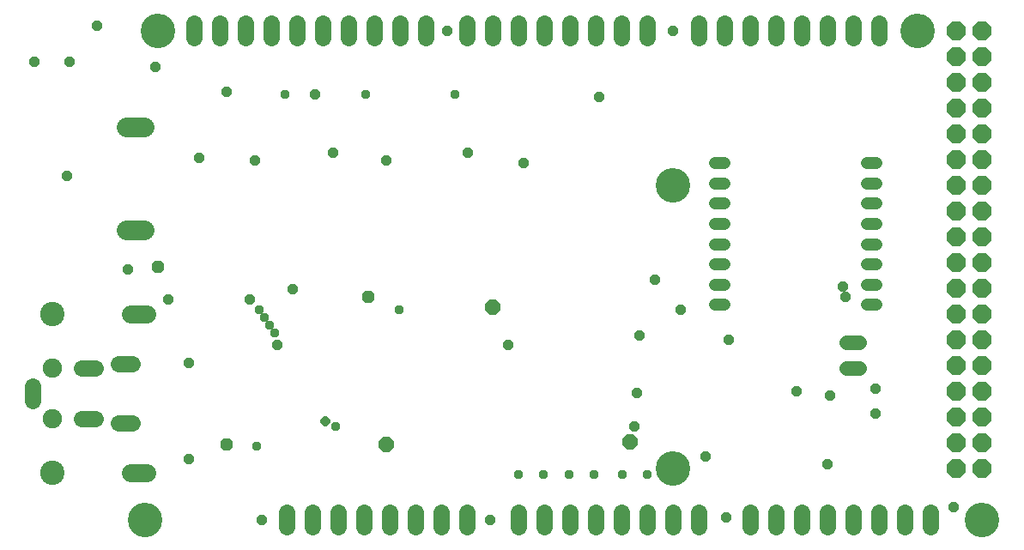
<source format=gbs>
G75*
%MOIN*%
%OFA0B0*%
%FSLAX25Y25*%
%IPPOS*%
%LPD*%
%AMOC8*
5,1,8,0,0,1.08239X$1,22.5*
%
%ADD10C,0.13398*%
%ADD11C,0.06400*%
%ADD12OC8,0.07400*%
%ADD13C,0.07800*%
%ADD14C,0.04556*%
%ADD15C,0.09461*%
%ADD16C,0.07493*%
%ADD17C,0.06312*%
%ADD18C,0.07099*%
%ADD19C,0.05737*%
%ADD20OC8,0.04162*%
%ADD21OC8,0.03375*%
%ADD22OC8,0.05737*%
%ADD23OC8,0.03769*%
%ADD24OC8,0.04950*%
D10*
X0094170Y0035660D03*
X0299170Y0055660D03*
X0419170Y0035660D03*
X0299170Y0165660D03*
X0394170Y0225660D03*
X0099170Y0225660D03*
D11*
X0113170Y0222860D02*
X0113170Y0228460D01*
X0123170Y0228460D02*
X0123170Y0222860D01*
X0133170Y0222860D02*
X0133170Y0228460D01*
X0143170Y0228460D02*
X0143170Y0222860D01*
X0153170Y0222860D02*
X0153170Y0228460D01*
X0163170Y0228460D02*
X0163170Y0222860D01*
X0173170Y0222860D02*
X0173170Y0228460D01*
X0183170Y0228460D02*
X0183170Y0222860D01*
X0193170Y0222860D02*
X0193170Y0228460D01*
X0203170Y0228460D02*
X0203170Y0222860D01*
X0219170Y0222860D02*
X0219170Y0228460D01*
X0229170Y0228460D02*
X0229170Y0222860D01*
X0239170Y0222860D02*
X0239170Y0228460D01*
X0249170Y0228460D02*
X0249170Y0222860D01*
X0259170Y0222860D02*
X0259170Y0228460D01*
X0269170Y0228460D02*
X0269170Y0222860D01*
X0279170Y0222860D02*
X0279170Y0228460D01*
X0289170Y0228460D02*
X0289170Y0222860D01*
X0309170Y0222860D02*
X0309170Y0228460D01*
X0319170Y0228460D02*
X0319170Y0222860D01*
X0329170Y0222860D02*
X0329170Y0228460D01*
X0339170Y0228460D02*
X0339170Y0222860D01*
X0349170Y0222860D02*
X0349170Y0228460D01*
X0359170Y0228460D02*
X0359170Y0222860D01*
X0369170Y0222860D02*
X0369170Y0228460D01*
X0379170Y0228460D02*
X0379170Y0222860D01*
X0379170Y0038460D02*
X0379170Y0032860D01*
X0369170Y0032860D02*
X0369170Y0038460D01*
X0359170Y0038460D02*
X0359170Y0032860D01*
X0349170Y0032860D02*
X0349170Y0038460D01*
X0339170Y0038460D02*
X0339170Y0032860D01*
X0329170Y0032860D02*
X0329170Y0038460D01*
X0309170Y0038460D02*
X0309170Y0032860D01*
X0299170Y0032860D02*
X0299170Y0038460D01*
X0289170Y0038460D02*
X0289170Y0032860D01*
X0279170Y0032860D02*
X0279170Y0038460D01*
X0269170Y0038460D02*
X0269170Y0032860D01*
X0259170Y0032860D02*
X0259170Y0038460D01*
X0249170Y0038460D02*
X0249170Y0032860D01*
X0239170Y0032860D02*
X0239170Y0038460D01*
X0219170Y0038460D02*
X0219170Y0032860D01*
X0209170Y0032860D02*
X0209170Y0038460D01*
X0199170Y0038460D02*
X0199170Y0032860D01*
X0189170Y0032860D02*
X0189170Y0038460D01*
X0179170Y0038460D02*
X0179170Y0032860D01*
X0169170Y0032860D02*
X0169170Y0038460D01*
X0159170Y0038460D02*
X0159170Y0032860D01*
X0149170Y0032860D02*
X0149170Y0038460D01*
X0389170Y0038460D02*
X0389170Y0032860D01*
X0399170Y0032860D02*
X0399170Y0038460D01*
D12*
X0409170Y0055660D03*
X0419170Y0055660D03*
X0419170Y0065660D03*
X0409170Y0065660D03*
X0409170Y0075660D03*
X0419170Y0075660D03*
X0419170Y0085660D03*
X0409170Y0085660D03*
X0409170Y0095660D03*
X0419170Y0095660D03*
X0419170Y0105660D03*
X0409170Y0105660D03*
X0409170Y0115660D03*
X0419170Y0115660D03*
X0419170Y0125660D03*
X0409170Y0125660D03*
X0409170Y0135660D03*
X0419170Y0135660D03*
X0419170Y0145660D03*
X0409170Y0145660D03*
X0409170Y0155660D03*
X0419170Y0155660D03*
X0419170Y0165660D03*
X0409170Y0165660D03*
X0409170Y0175660D03*
X0419170Y0175660D03*
X0419170Y0185660D03*
X0409170Y0185660D03*
X0409170Y0195660D03*
X0419170Y0195660D03*
X0419170Y0205660D03*
X0409170Y0205660D03*
X0409170Y0215660D03*
X0419170Y0215660D03*
X0419170Y0225660D03*
X0409170Y0225660D03*
D13*
X0093851Y0188179D02*
X0086851Y0188179D01*
X0086851Y0148179D02*
X0093851Y0148179D01*
D14*
X0315461Y0150572D02*
X0319217Y0150572D01*
X0319217Y0142698D02*
X0315461Y0142698D01*
X0315461Y0134824D02*
X0319217Y0134824D01*
X0319217Y0126950D02*
X0315461Y0126950D01*
X0315461Y0119076D02*
X0319217Y0119076D01*
X0374335Y0119076D02*
X0378091Y0119076D01*
X0378091Y0126950D02*
X0374335Y0126950D01*
X0374335Y0134824D02*
X0378091Y0134824D01*
X0378091Y0142698D02*
X0374335Y0142698D01*
X0374335Y0150572D02*
X0378091Y0150572D01*
X0378091Y0158446D02*
X0374335Y0158446D01*
X0374335Y0166320D02*
X0378091Y0166320D01*
X0378091Y0174194D02*
X0374335Y0174194D01*
X0319217Y0174194D02*
X0315461Y0174194D01*
X0315461Y0166320D02*
X0319217Y0166320D01*
X0319217Y0158446D02*
X0315461Y0158446D01*
D15*
X0058264Y0115423D03*
X0058264Y0054006D03*
D16*
X0058264Y0074872D03*
X0058264Y0094557D03*
D17*
X0069288Y0094557D02*
X0074800Y0094557D01*
X0083658Y0096132D02*
X0089170Y0096132D01*
X0074800Y0074872D02*
X0069288Y0074872D01*
X0083658Y0073297D02*
X0089170Y0073297D01*
X0050390Y0081959D02*
X0050390Y0087471D01*
D18*
X0088579Y0115423D02*
X0094879Y0115423D01*
X0094879Y0054006D02*
X0088579Y0054006D01*
D19*
X0366426Y0094478D02*
X0371363Y0094478D01*
X0371363Y0104478D02*
X0366426Y0104478D01*
D20*
X0365942Y0122116D03*
X0364957Y0126053D03*
X0320666Y0105384D03*
X0301965Y0117195D03*
X0286217Y0107352D03*
X0292123Y0129006D03*
X0235036Y0103415D03*
X0285233Y0084715D03*
X0284249Y0071919D03*
X0311808Y0060108D03*
X0319682Y0036486D03*
X0359052Y0057156D03*
X0377753Y0076841D03*
X0377753Y0086683D03*
X0360036Y0083730D03*
X0347241Y0085699D03*
X0408264Y0040423D03*
X0228146Y0035502D03*
X0139564Y0035502D03*
X0111020Y0059124D03*
X0111020Y0096526D03*
X0145469Y0103415D03*
X0134642Y0121132D03*
X0151375Y0125069D03*
X0103146Y0121132D03*
X0087398Y0132943D03*
X0063776Y0169360D03*
X0114957Y0176250D03*
X0136611Y0175266D03*
X0167123Y0178219D03*
X0187792Y0175266D03*
X0219288Y0178219D03*
X0240942Y0174282D03*
X0270469Y0199872D03*
X0299012Y0225463D03*
X0211414Y0225463D03*
X0160233Y0200856D03*
X0125784Y0201841D03*
X0098225Y0211683D03*
X0075587Y0227431D03*
X0064760Y0213652D03*
X0050981Y0213652D03*
D21*
X0148422Y0200856D03*
X0179918Y0200856D03*
X0214367Y0200856D03*
X0192713Y0117195D03*
X0144485Y0108337D03*
X0142516Y0111289D03*
X0140548Y0114242D03*
X0138579Y0117195D03*
X0168107Y0071919D03*
X0137595Y0064045D03*
X0238973Y0053219D03*
X0248816Y0053219D03*
X0258658Y0053219D03*
X0268501Y0053219D03*
X0279327Y0053219D03*
X0289170Y0053219D03*
D22*
X0282280Y0066014D03*
X0187792Y0065030D03*
X0229131Y0118179D03*
D23*
X0164170Y0073888D03*
D24*
X0125784Y0065030D03*
X0180902Y0122116D03*
X0099209Y0133927D03*
M02*

</source>
